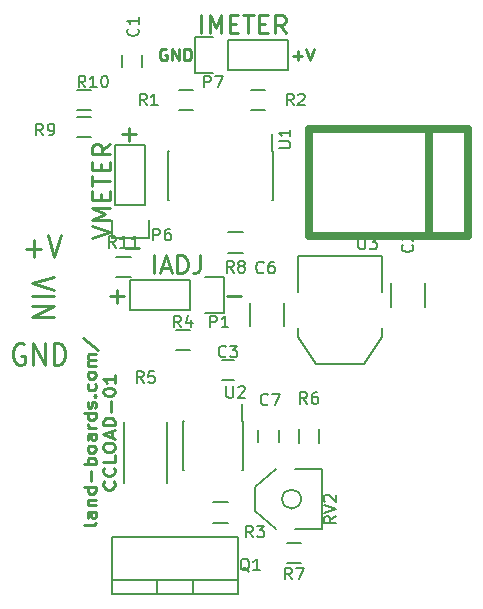
<source format=gto>
G04 #@! TF.FileFunction,Legend,Top*
%FSLAX46Y46*%
G04 Gerber Fmt 4.6, Leading zero omitted, Abs format (unit mm)*
G04 Created by KiCad (PCBNEW 4.0.1-stable) date 2/13/2016 7:13:49 PM*
%MOMM*%
G01*
G04 APERTURE LIST*
%ADD10C,0.150000*%
%ADD11C,0.250000*%
%ADD12C,0.650000*%
G04 APERTURE END LIST*
D10*
D11*
X10377381Y-43397214D02*
X10329762Y-43506072D01*
X10234524Y-43560500D01*
X9377381Y-43560500D01*
X10377381Y-42471929D02*
X9853571Y-42471929D01*
X9758333Y-42526358D01*
X9710714Y-42635215D01*
X9710714Y-42852929D01*
X9758333Y-42961786D01*
X10329762Y-42471929D02*
X10377381Y-42580786D01*
X10377381Y-42852929D01*
X10329762Y-42961786D01*
X10234524Y-43016215D01*
X10139286Y-43016215D01*
X10044048Y-42961786D01*
X9996429Y-42852929D01*
X9996429Y-42580786D01*
X9948810Y-42471929D01*
X9710714Y-41927643D02*
X10377381Y-41927643D01*
X9805952Y-41927643D02*
X9758333Y-41873215D01*
X9710714Y-41764357D01*
X9710714Y-41601072D01*
X9758333Y-41492215D01*
X9853571Y-41437786D01*
X10377381Y-41437786D01*
X10377381Y-40403643D02*
X9377381Y-40403643D01*
X10329762Y-40403643D02*
X10377381Y-40512500D01*
X10377381Y-40730214D01*
X10329762Y-40839072D01*
X10282143Y-40893500D01*
X10186905Y-40947929D01*
X9901190Y-40947929D01*
X9805952Y-40893500D01*
X9758333Y-40839072D01*
X9710714Y-40730214D01*
X9710714Y-40512500D01*
X9758333Y-40403643D01*
X9996429Y-39859357D02*
X9996429Y-38988500D01*
X10377381Y-38444214D02*
X9377381Y-38444214D01*
X9758333Y-38444214D02*
X9710714Y-38335357D01*
X9710714Y-38117643D01*
X9758333Y-38008786D01*
X9805952Y-37954357D01*
X9901190Y-37899928D01*
X10186905Y-37899928D01*
X10282143Y-37954357D01*
X10329762Y-38008786D01*
X10377381Y-38117643D01*
X10377381Y-38335357D01*
X10329762Y-38444214D01*
X10377381Y-37246785D02*
X10329762Y-37355643D01*
X10282143Y-37410071D01*
X10186905Y-37464500D01*
X9901190Y-37464500D01*
X9805952Y-37410071D01*
X9758333Y-37355643D01*
X9710714Y-37246785D01*
X9710714Y-37083500D01*
X9758333Y-36974643D01*
X9805952Y-36920214D01*
X9901190Y-36865785D01*
X10186905Y-36865785D01*
X10282143Y-36920214D01*
X10329762Y-36974643D01*
X10377381Y-37083500D01*
X10377381Y-37246785D01*
X10377381Y-35886071D02*
X9853571Y-35886071D01*
X9758333Y-35940500D01*
X9710714Y-36049357D01*
X9710714Y-36267071D01*
X9758333Y-36375928D01*
X10329762Y-35886071D02*
X10377381Y-35994928D01*
X10377381Y-36267071D01*
X10329762Y-36375928D01*
X10234524Y-36430357D01*
X10139286Y-36430357D01*
X10044048Y-36375928D01*
X9996429Y-36267071D01*
X9996429Y-35994928D01*
X9948810Y-35886071D01*
X10377381Y-35341785D02*
X9710714Y-35341785D01*
X9901190Y-35341785D02*
X9805952Y-35287357D01*
X9758333Y-35232928D01*
X9710714Y-35124071D01*
X9710714Y-35015214D01*
X10377381Y-34144357D02*
X9377381Y-34144357D01*
X10329762Y-34144357D02*
X10377381Y-34253214D01*
X10377381Y-34470928D01*
X10329762Y-34579786D01*
X10282143Y-34634214D01*
X10186905Y-34688643D01*
X9901190Y-34688643D01*
X9805952Y-34634214D01*
X9758333Y-34579786D01*
X9710714Y-34470928D01*
X9710714Y-34253214D01*
X9758333Y-34144357D01*
X10329762Y-33654500D02*
X10377381Y-33545643D01*
X10377381Y-33327928D01*
X10329762Y-33219071D01*
X10234524Y-33164643D01*
X10186905Y-33164643D01*
X10091667Y-33219071D01*
X10044048Y-33327928D01*
X10044048Y-33491214D01*
X9996429Y-33600071D01*
X9901190Y-33654500D01*
X9853571Y-33654500D01*
X9758333Y-33600071D01*
X9710714Y-33491214D01*
X9710714Y-33327928D01*
X9758333Y-33219071D01*
X10282143Y-32674785D02*
X10329762Y-32620357D01*
X10377381Y-32674785D01*
X10329762Y-32729214D01*
X10282143Y-32674785D01*
X10377381Y-32674785D01*
X10329762Y-31640642D02*
X10377381Y-31749499D01*
X10377381Y-31967213D01*
X10329762Y-32076071D01*
X10282143Y-32130499D01*
X10186905Y-32184928D01*
X9901190Y-32184928D01*
X9805952Y-32130499D01*
X9758333Y-32076071D01*
X9710714Y-31967213D01*
X9710714Y-31749499D01*
X9758333Y-31640642D01*
X10377381Y-30987499D02*
X10329762Y-31096357D01*
X10282143Y-31150785D01*
X10186905Y-31205214D01*
X9901190Y-31205214D01*
X9805952Y-31150785D01*
X9758333Y-31096357D01*
X9710714Y-30987499D01*
X9710714Y-30824214D01*
X9758333Y-30715357D01*
X9805952Y-30660928D01*
X9901190Y-30606499D01*
X10186905Y-30606499D01*
X10282143Y-30660928D01*
X10329762Y-30715357D01*
X10377381Y-30824214D01*
X10377381Y-30987499D01*
X10377381Y-30116642D02*
X9710714Y-30116642D01*
X9805952Y-30116642D02*
X9758333Y-30062214D01*
X9710714Y-29953356D01*
X9710714Y-29790071D01*
X9758333Y-29681214D01*
X9853571Y-29626785D01*
X10377381Y-29626785D01*
X9853571Y-29626785D02*
X9758333Y-29572356D01*
X9710714Y-29463499D01*
X9710714Y-29300214D01*
X9758333Y-29191356D01*
X9853571Y-29136928D01*
X10377381Y-29136928D01*
X9329762Y-27776214D02*
X10615476Y-28755928D01*
X11932143Y-39886571D02*
X11979762Y-39941000D01*
X12027381Y-40104286D01*
X12027381Y-40213143D01*
X11979762Y-40376428D01*
X11884524Y-40485286D01*
X11789286Y-40539714D01*
X11598810Y-40594143D01*
X11455952Y-40594143D01*
X11265476Y-40539714D01*
X11170238Y-40485286D01*
X11075000Y-40376428D01*
X11027381Y-40213143D01*
X11027381Y-40104286D01*
X11075000Y-39941000D01*
X11122619Y-39886571D01*
X11932143Y-38743571D02*
X11979762Y-38798000D01*
X12027381Y-38961286D01*
X12027381Y-39070143D01*
X11979762Y-39233428D01*
X11884524Y-39342286D01*
X11789286Y-39396714D01*
X11598810Y-39451143D01*
X11455952Y-39451143D01*
X11265476Y-39396714D01*
X11170238Y-39342286D01*
X11075000Y-39233428D01*
X11027381Y-39070143D01*
X11027381Y-38961286D01*
X11075000Y-38798000D01*
X11122619Y-38743571D01*
X12027381Y-37709428D02*
X12027381Y-38253714D01*
X11027381Y-38253714D01*
X11027381Y-37110714D02*
X11027381Y-36893000D01*
X11075000Y-36784142D01*
X11170238Y-36675285D01*
X11360714Y-36620857D01*
X11694048Y-36620857D01*
X11884524Y-36675285D01*
X11979762Y-36784142D01*
X12027381Y-36893000D01*
X12027381Y-37110714D01*
X11979762Y-37219571D01*
X11884524Y-37328428D01*
X11694048Y-37382857D01*
X11360714Y-37382857D01*
X11170238Y-37328428D01*
X11075000Y-37219571D01*
X11027381Y-37110714D01*
X11741667Y-36185428D02*
X11741667Y-35641142D01*
X12027381Y-36294285D02*
X11027381Y-35913285D01*
X12027381Y-35532285D01*
X12027381Y-35151285D02*
X11027381Y-35151285D01*
X11027381Y-34879142D01*
X11075000Y-34715857D01*
X11170238Y-34606999D01*
X11265476Y-34552571D01*
X11455952Y-34498142D01*
X11598810Y-34498142D01*
X11789286Y-34552571D01*
X11884524Y-34606999D01*
X11979762Y-34715857D01*
X12027381Y-34879142D01*
X12027381Y-35151285D01*
X11646429Y-34008285D02*
X11646429Y-33137428D01*
X11027381Y-32375428D02*
X11027381Y-32266571D01*
X11075000Y-32157714D01*
X11122619Y-32103285D01*
X11217857Y-32048856D01*
X11408333Y-31994428D01*
X11646429Y-31994428D01*
X11836905Y-32048856D01*
X11932143Y-32103285D01*
X11979762Y-32157714D01*
X12027381Y-32266571D01*
X12027381Y-32375428D01*
X11979762Y-32484285D01*
X11932143Y-32538714D01*
X11836905Y-32593142D01*
X11646429Y-32647571D01*
X11408333Y-32647571D01*
X11217857Y-32593142D01*
X11122619Y-32538714D01*
X11075000Y-32484285D01*
X11027381Y-32375428D01*
X12027381Y-30905857D02*
X12027381Y-31559000D01*
X12027381Y-31232428D02*
X11027381Y-31232428D01*
X11170238Y-31341285D01*
X11265476Y-31450143D01*
X11313095Y-31559000D01*
X21526572Y-24237143D02*
X22669429Y-24237143D01*
X11620572Y-24237143D02*
X12763429Y-24237143D01*
X12192000Y-24808571D02*
X12192000Y-23665714D01*
X19324286Y-1948571D02*
X19324286Y-448571D01*
X20038572Y-1948571D02*
X20038572Y-448571D01*
X20538572Y-1520000D01*
X21038572Y-448571D01*
X21038572Y-1948571D01*
X21752858Y-1162857D02*
X22252858Y-1162857D01*
X22467144Y-1948571D02*
X21752858Y-1948571D01*
X21752858Y-448571D01*
X22467144Y-448571D01*
X22895715Y-448571D02*
X23752858Y-448571D01*
X23324287Y-1948571D02*
X23324287Y-448571D01*
X24252858Y-1162857D02*
X24752858Y-1162857D01*
X24967144Y-1948571D02*
X24252858Y-1948571D01*
X24252858Y-448571D01*
X24967144Y-448571D01*
X26467144Y-1948571D02*
X25967144Y-1234286D01*
X25610001Y-1948571D02*
X25610001Y-448571D01*
X26181429Y-448571D01*
X26324287Y-520000D01*
X26395715Y-591429D01*
X26467144Y-734286D01*
X26467144Y-948571D01*
X26395715Y-1091429D01*
X26324287Y-1162857D01*
X26181429Y-1234286D01*
X25610001Y-1234286D01*
X12890572Y-20173143D02*
X14033429Y-20173143D01*
X12636572Y-10521143D02*
X13779429Y-10521143D01*
X13208000Y-11092571D02*
X13208000Y-9949714D01*
X10100571Y-19275714D02*
X11600571Y-18775714D01*
X10100571Y-18275714D01*
X11600571Y-17775714D02*
X10100571Y-17775714D01*
X11172000Y-17275714D01*
X10100571Y-16775714D01*
X11600571Y-16775714D01*
X10814857Y-16061428D02*
X10814857Y-15561428D01*
X11600571Y-15347142D02*
X11600571Y-16061428D01*
X10100571Y-16061428D01*
X10100571Y-15347142D01*
X10100571Y-14918571D02*
X10100571Y-14061428D01*
X11600571Y-14489999D02*
X10100571Y-14489999D01*
X10814857Y-13561428D02*
X10814857Y-13061428D01*
X11600571Y-12847142D02*
X11600571Y-13561428D01*
X10100571Y-13561428D01*
X10100571Y-12847142D01*
X11600571Y-11347142D02*
X10886286Y-11847142D01*
X11600571Y-12204285D02*
X10100571Y-12204285D01*
X10100571Y-11632857D01*
X10172000Y-11489999D01*
X10243429Y-11418571D01*
X10386286Y-11347142D01*
X10600571Y-11347142D01*
X10743429Y-11418571D01*
X10814857Y-11489999D01*
X10886286Y-11632857D01*
X10886286Y-12204285D01*
X15307715Y-22268571D02*
X15307715Y-20768571D01*
X15950572Y-21840000D02*
X16664858Y-21840000D01*
X15807715Y-22268571D02*
X16307715Y-20768571D01*
X16807715Y-22268571D01*
X17307715Y-22268571D02*
X17307715Y-20768571D01*
X17664858Y-20768571D01*
X17879143Y-20840000D01*
X18022001Y-20982857D01*
X18093429Y-21125714D01*
X18164858Y-21411429D01*
X18164858Y-21625714D01*
X18093429Y-21911429D01*
X18022001Y-22054286D01*
X17879143Y-22197143D01*
X17664858Y-22268571D01*
X17307715Y-22268571D01*
X19236286Y-20768571D02*
X19236286Y-21840000D01*
X19164858Y-22054286D01*
X19022001Y-22197143D01*
X18807715Y-22268571D01*
X18664858Y-22268571D01*
X27130476Y-3881429D02*
X27892381Y-3881429D01*
X27511429Y-4262381D02*
X27511429Y-3500476D01*
X28225714Y-3262381D02*
X28559047Y-4262381D01*
X28892381Y-3262381D01*
X16383096Y-3310000D02*
X16287858Y-3262381D01*
X16145001Y-3262381D01*
X16002143Y-3310000D01*
X15906905Y-3405238D01*
X15859286Y-3500476D01*
X15811667Y-3690952D01*
X15811667Y-3833810D01*
X15859286Y-4024286D01*
X15906905Y-4119524D01*
X16002143Y-4214762D01*
X16145001Y-4262381D01*
X16240239Y-4262381D01*
X16383096Y-4214762D01*
X16430715Y-4167143D01*
X16430715Y-3833810D01*
X16240239Y-3833810D01*
X16859286Y-4262381D02*
X16859286Y-3262381D01*
X17430715Y-4262381D01*
X17430715Y-3262381D01*
X17906905Y-4262381D02*
X17906905Y-3262381D01*
X18145000Y-3262381D01*
X18287858Y-3310000D01*
X18383096Y-3405238D01*
X18430715Y-3500476D01*
X18478334Y-3690952D01*
X18478334Y-3833810D01*
X18430715Y-4024286D01*
X18383096Y-4119524D01*
X18287858Y-4214762D01*
X18145000Y-4262381D01*
X17906905Y-4262381D01*
X4330096Y-28257500D02*
X4172858Y-28166786D01*
X3937001Y-28166786D01*
X3701143Y-28257500D01*
X3543905Y-28438929D01*
X3465286Y-28620357D01*
X3386667Y-28983214D01*
X3386667Y-29255357D01*
X3465286Y-29618214D01*
X3543905Y-29799643D01*
X3701143Y-29981071D01*
X3937001Y-30071786D01*
X4094239Y-30071786D01*
X4330096Y-29981071D01*
X4408715Y-29890357D01*
X4408715Y-29255357D01*
X4094239Y-29255357D01*
X5116286Y-30071786D02*
X5116286Y-28166786D01*
X6059715Y-30071786D01*
X6059715Y-28166786D01*
X6845905Y-30071786D02*
X6845905Y-28166786D01*
X7239000Y-28166786D01*
X7474858Y-28257500D01*
X7632096Y-28438929D01*
X7710715Y-28620357D01*
X7789334Y-28983214D01*
X7789334Y-29255357D01*
X7710715Y-29618214D01*
X7632096Y-29799643D01*
X7474858Y-29981071D01*
X7239000Y-30071786D01*
X6845905Y-30071786D01*
X4505476Y-20202071D02*
X5763381Y-20202071D01*
X5134429Y-20927786D02*
X5134429Y-19476357D01*
X6313714Y-19022786D02*
X6864047Y-20927786D01*
X7414381Y-19022786D01*
X6885214Y-22575762D02*
X4980214Y-23126095D01*
X6885214Y-23676429D01*
X4980214Y-24226762D02*
X6885214Y-24226762D01*
X4980214Y-25012952D02*
X6885214Y-25012952D01*
X4980214Y-25956381D01*
X6885214Y-25956381D01*
D12*
X38617000Y-10105000D02*
X38617000Y-19105000D01*
X41917000Y-19105000D02*
X41917000Y-10105000D01*
X41917000Y-19105000D02*
X28417000Y-19105000D01*
X28417000Y-19105000D02*
X28417000Y-10105000D01*
X41917000Y-10105000D02*
X28417000Y-10105000D01*
D10*
X14605000Y-16510000D02*
X14605000Y-11430000D01*
X14605000Y-11430000D02*
X12065000Y-11430000D01*
X12065000Y-11430000D02*
X12065000Y-16510000D01*
X11785000Y-19330000D02*
X11785000Y-17780000D01*
X12065000Y-16510000D02*
X14605000Y-16510000D01*
X14885000Y-17780000D02*
X14885000Y-19330000D01*
X14885000Y-19330000D02*
X11785000Y-19330000D01*
X21590000Y-5080000D02*
X26670000Y-5080000D01*
X26670000Y-5080000D02*
X26670000Y-2540000D01*
X26670000Y-2540000D02*
X21590000Y-2540000D01*
X18770000Y-2260000D02*
X20320000Y-2260000D01*
X21590000Y-2540000D02*
X21590000Y-5080000D01*
X20320000Y-5360000D02*
X18770000Y-5360000D01*
X18770000Y-5360000D02*
X18770000Y-2260000D01*
X25405000Y-11895000D02*
X25290000Y-11895000D01*
X25405000Y-16045000D02*
X25290000Y-16045000D01*
X16505000Y-16045000D02*
X16620000Y-16045000D01*
X16505000Y-11895000D02*
X16620000Y-11895000D01*
X25405000Y-11895000D02*
X25405000Y-16045000D01*
X16505000Y-11895000D02*
X16505000Y-16045000D01*
X25290000Y-11895000D02*
X25290000Y-10520000D01*
X18669000Y-49403000D02*
X18669000Y-48260000D01*
X15621000Y-49403000D02*
X15621000Y-48260000D01*
X11811000Y-48260000D02*
X11811000Y-44577000D01*
X11811000Y-44577000D02*
X22479000Y-44577000D01*
X22479000Y-44577000D02*
X22479000Y-48260000D01*
X11811000Y-49403000D02*
X11811000Y-48260000D01*
X11811000Y-48260000D02*
X22479000Y-48260000D01*
X22479000Y-48260000D02*
X22479000Y-49403000D01*
X17145000Y-49403000D02*
X22479000Y-49403000D01*
X17145000Y-49403000D02*
X11811000Y-49403000D01*
X21555000Y-43420000D02*
X20355000Y-43420000D01*
X20355000Y-41670000D02*
X21555000Y-41670000D01*
X18380000Y-28815000D02*
X17180000Y-28815000D01*
X17180000Y-27065000D02*
X18380000Y-27065000D01*
X12780000Y-40065000D02*
X12780000Y-34865000D01*
X16430000Y-34865000D02*
X16430000Y-40065000D01*
X29323000Y-35468000D02*
X29323000Y-36668000D01*
X27573000Y-36668000D02*
X27573000Y-35468000D01*
X26578000Y-45099000D02*
X27778000Y-45099000D01*
X27778000Y-46849000D02*
X26578000Y-46849000D01*
X22895000Y-34755000D02*
X22750000Y-34755000D01*
X22895000Y-38905000D02*
X22750000Y-38905000D01*
X17745000Y-38905000D02*
X17890000Y-38905000D01*
X17745000Y-34755000D02*
X17890000Y-34755000D01*
X22895000Y-34755000D02*
X22895000Y-38905000D01*
X17745000Y-34755000D02*
X17745000Y-38905000D01*
X22750000Y-34755000D02*
X22750000Y-33355000D01*
X17434000Y-6745000D02*
X18634000Y-6745000D01*
X18634000Y-8495000D02*
X17434000Y-8495000D01*
X24730000Y-8495000D02*
X23530000Y-8495000D01*
X23530000Y-6745000D02*
X24730000Y-6745000D01*
X26367000Y-26781000D02*
X26367000Y-24781000D01*
X23417000Y-24781000D02*
X23417000Y-26781000D01*
X24169000Y-35568000D02*
X24169000Y-36568000D01*
X25869000Y-36568000D02*
X25869000Y-35568000D01*
X14312000Y-4818000D02*
X14312000Y-3818000D01*
X12612000Y-3818000D02*
X12612000Y-4818000D01*
X38305000Y-25130000D02*
X38305000Y-23130000D01*
X35355000Y-23130000D02*
X35355000Y-25130000D01*
X21625000Y-18810000D02*
X22825000Y-18810000D01*
X22825000Y-20560000D02*
X21625000Y-20560000D01*
X21090000Y-31330000D02*
X22090000Y-31330000D01*
X22090000Y-29630000D02*
X21090000Y-29630000D01*
X34671000Y-23876000D02*
X34671000Y-20828000D01*
X34671000Y-20828000D02*
X27559000Y-20828000D01*
X27559000Y-20828000D02*
X27559000Y-23876000D01*
X34671000Y-26924000D02*
X34671000Y-27686000D01*
X34671000Y-27686000D02*
X33147000Y-29972000D01*
X33147000Y-29972000D02*
X29083000Y-29972000D01*
X29083000Y-29972000D02*
X27559000Y-27686000D01*
X27559000Y-27686000D02*
X27559000Y-26924000D01*
X18415000Y-22860000D02*
X13335000Y-22860000D01*
X13335000Y-22860000D02*
X13335000Y-25400000D01*
X13335000Y-25400000D02*
X18415000Y-25400000D01*
X21235000Y-25680000D02*
X19685000Y-25680000D01*
X18415000Y-25400000D02*
X18415000Y-22860000D01*
X19685000Y-22580000D02*
X21235000Y-22580000D01*
X21235000Y-22580000D02*
X21235000Y-25680000D01*
X27240000Y-43942000D02*
X29526000Y-43942000D01*
X29526000Y-43942000D02*
X29526000Y-38862000D01*
X29526000Y-38862000D02*
X27240000Y-38862000D01*
X25692000Y-43942000D02*
X23914000Y-42418000D01*
X23914000Y-42418000D02*
X23914000Y-40386000D01*
X23914000Y-40386000D02*
X25692000Y-38862000D01*
X27773219Y-41402000D02*
G75*
G03X27773219Y-41402000I-803219J0D01*
G01*
X8798000Y-9031000D02*
X9998000Y-9031000D01*
X9998000Y-10781000D02*
X8798000Y-10781000D01*
X9998000Y-8495000D02*
X8798000Y-8495000D01*
X8798000Y-6745000D02*
X9998000Y-6745000D01*
X13350000Y-22625000D02*
X12150000Y-22625000D01*
X12150000Y-20875000D02*
X13350000Y-20875000D01*
X15263905Y-19502381D02*
X15263905Y-18502381D01*
X15644858Y-18502381D01*
X15740096Y-18550000D01*
X15787715Y-18597619D01*
X15835334Y-18692857D01*
X15835334Y-18835714D01*
X15787715Y-18930952D01*
X15740096Y-18978571D01*
X15644858Y-19026190D01*
X15263905Y-19026190D01*
X16692477Y-18502381D02*
X16502000Y-18502381D01*
X16406762Y-18550000D01*
X16359143Y-18597619D01*
X16263905Y-18740476D01*
X16216286Y-18930952D01*
X16216286Y-19311905D01*
X16263905Y-19407143D01*
X16311524Y-19454762D01*
X16406762Y-19502381D01*
X16597239Y-19502381D01*
X16692477Y-19454762D01*
X16740096Y-19407143D01*
X16787715Y-19311905D01*
X16787715Y-19073810D01*
X16740096Y-18978571D01*
X16692477Y-18930952D01*
X16597239Y-18883333D01*
X16406762Y-18883333D01*
X16311524Y-18930952D01*
X16263905Y-18978571D01*
X16216286Y-19073810D01*
X19581905Y-6548381D02*
X19581905Y-5548381D01*
X19962858Y-5548381D01*
X20058096Y-5596000D01*
X20105715Y-5643619D01*
X20153334Y-5738857D01*
X20153334Y-5881714D01*
X20105715Y-5976952D01*
X20058096Y-6024571D01*
X19962858Y-6072190D01*
X19581905Y-6072190D01*
X20486667Y-5548381D02*
X21153334Y-5548381D01*
X20724762Y-6548381D01*
X25868381Y-11683905D02*
X26677905Y-11683905D01*
X26773143Y-11636286D01*
X26820762Y-11588667D01*
X26868381Y-11493429D01*
X26868381Y-11302952D01*
X26820762Y-11207714D01*
X26773143Y-11160095D01*
X26677905Y-11112476D01*
X25868381Y-11112476D01*
X26868381Y-10112476D02*
X26868381Y-10683905D01*
X26868381Y-10398191D02*
X25868381Y-10398191D01*
X26011238Y-10493429D01*
X26106476Y-10588667D01*
X26154095Y-10683905D01*
X23399762Y-47537619D02*
X23304524Y-47490000D01*
X23209286Y-47394762D01*
X23066429Y-47251905D01*
X22971190Y-47204286D01*
X22875952Y-47204286D01*
X22923571Y-47442381D02*
X22828333Y-47394762D01*
X22733095Y-47299524D01*
X22685476Y-47109048D01*
X22685476Y-46775714D01*
X22733095Y-46585238D01*
X22828333Y-46490000D01*
X22923571Y-46442381D01*
X23114048Y-46442381D01*
X23209286Y-46490000D01*
X23304524Y-46585238D01*
X23352143Y-46775714D01*
X23352143Y-47109048D01*
X23304524Y-47299524D01*
X23209286Y-47394762D01*
X23114048Y-47442381D01*
X22923571Y-47442381D01*
X24304524Y-47442381D02*
X23733095Y-47442381D01*
X24018809Y-47442381D02*
X24018809Y-46442381D01*
X23923571Y-46585238D01*
X23828333Y-46680476D01*
X23733095Y-46728095D01*
X23709334Y-44648381D02*
X23376000Y-44172190D01*
X23137905Y-44648381D02*
X23137905Y-43648381D01*
X23518858Y-43648381D01*
X23614096Y-43696000D01*
X23661715Y-43743619D01*
X23709334Y-43838857D01*
X23709334Y-43981714D01*
X23661715Y-44076952D01*
X23614096Y-44124571D01*
X23518858Y-44172190D01*
X23137905Y-44172190D01*
X24042667Y-43648381D02*
X24661715Y-43648381D01*
X24328381Y-44029333D01*
X24471239Y-44029333D01*
X24566477Y-44076952D01*
X24614096Y-44124571D01*
X24661715Y-44219810D01*
X24661715Y-44457905D01*
X24614096Y-44553143D01*
X24566477Y-44600762D01*
X24471239Y-44648381D01*
X24185524Y-44648381D01*
X24090286Y-44600762D01*
X24042667Y-44553143D01*
X17613334Y-26868381D02*
X17280000Y-26392190D01*
X17041905Y-26868381D02*
X17041905Y-25868381D01*
X17422858Y-25868381D01*
X17518096Y-25916000D01*
X17565715Y-25963619D01*
X17613334Y-26058857D01*
X17613334Y-26201714D01*
X17565715Y-26296952D01*
X17518096Y-26344571D01*
X17422858Y-26392190D01*
X17041905Y-26392190D01*
X18470477Y-26201714D02*
X18470477Y-26868381D01*
X18232381Y-25820762D02*
X17994286Y-26535048D01*
X18613334Y-26535048D01*
X14438334Y-31567381D02*
X14105000Y-31091190D01*
X13866905Y-31567381D02*
X13866905Y-30567381D01*
X14247858Y-30567381D01*
X14343096Y-30615000D01*
X14390715Y-30662619D01*
X14438334Y-30757857D01*
X14438334Y-30900714D01*
X14390715Y-30995952D01*
X14343096Y-31043571D01*
X14247858Y-31091190D01*
X13866905Y-31091190D01*
X15343096Y-30567381D02*
X14866905Y-30567381D01*
X14819286Y-31043571D01*
X14866905Y-30995952D01*
X14962143Y-30948333D01*
X15200239Y-30948333D01*
X15295477Y-30995952D01*
X15343096Y-31043571D01*
X15390715Y-31138810D01*
X15390715Y-31376905D01*
X15343096Y-31472143D01*
X15295477Y-31519762D01*
X15200239Y-31567381D01*
X14962143Y-31567381D01*
X14866905Y-31519762D01*
X14819286Y-31472143D01*
X28281334Y-33345381D02*
X27948000Y-32869190D01*
X27709905Y-33345381D02*
X27709905Y-32345381D01*
X28090858Y-32345381D01*
X28186096Y-32393000D01*
X28233715Y-32440619D01*
X28281334Y-32535857D01*
X28281334Y-32678714D01*
X28233715Y-32773952D01*
X28186096Y-32821571D01*
X28090858Y-32869190D01*
X27709905Y-32869190D01*
X29138477Y-32345381D02*
X28948000Y-32345381D01*
X28852762Y-32393000D01*
X28805143Y-32440619D01*
X28709905Y-32583476D01*
X28662286Y-32773952D01*
X28662286Y-33154905D01*
X28709905Y-33250143D01*
X28757524Y-33297762D01*
X28852762Y-33345381D01*
X29043239Y-33345381D01*
X29138477Y-33297762D01*
X29186096Y-33250143D01*
X29233715Y-33154905D01*
X29233715Y-32916810D01*
X29186096Y-32821571D01*
X29138477Y-32773952D01*
X29043239Y-32726333D01*
X28852762Y-32726333D01*
X28757524Y-32773952D01*
X28709905Y-32821571D01*
X28662286Y-32916810D01*
X27011334Y-48204381D02*
X26678000Y-47728190D01*
X26439905Y-48204381D02*
X26439905Y-47204381D01*
X26820858Y-47204381D01*
X26916096Y-47252000D01*
X26963715Y-47299619D01*
X27011334Y-47394857D01*
X27011334Y-47537714D01*
X26963715Y-47632952D01*
X26916096Y-47680571D01*
X26820858Y-47728190D01*
X26439905Y-47728190D01*
X27344667Y-47204381D02*
X28011334Y-47204381D01*
X27582762Y-48204381D01*
X21463095Y-31837381D02*
X21463095Y-32646905D01*
X21510714Y-32742143D01*
X21558333Y-32789762D01*
X21653571Y-32837381D01*
X21844048Y-32837381D01*
X21939286Y-32789762D01*
X21986905Y-32742143D01*
X22034524Y-32646905D01*
X22034524Y-31837381D01*
X22463095Y-31932619D02*
X22510714Y-31885000D01*
X22605952Y-31837381D01*
X22844048Y-31837381D01*
X22939286Y-31885000D01*
X22986905Y-31932619D01*
X23034524Y-32027857D01*
X23034524Y-32123095D01*
X22986905Y-32265952D01*
X22415476Y-32837381D01*
X23034524Y-32837381D01*
X14692334Y-8072381D02*
X14359000Y-7596190D01*
X14120905Y-8072381D02*
X14120905Y-7072381D01*
X14501858Y-7072381D01*
X14597096Y-7120000D01*
X14644715Y-7167619D01*
X14692334Y-7262857D01*
X14692334Y-7405714D01*
X14644715Y-7500952D01*
X14597096Y-7548571D01*
X14501858Y-7596190D01*
X14120905Y-7596190D01*
X15644715Y-8072381D02*
X15073286Y-8072381D01*
X15359000Y-8072381D02*
X15359000Y-7072381D01*
X15263762Y-7215238D01*
X15168524Y-7310476D01*
X15073286Y-7358095D01*
X27138334Y-8072381D02*
X26805000Y-7596190D01*
X26566905Y-8072381D02*
X26566905Y-7072381D01*
X26947858Y-7072381D01*
X27043096Y-7120000D01*
X27090715Y-7167619D01*
X27138334Y-7262857D01*
X27138334Y-7405714D01*
X27090715Y-7500952D01*
X27043096Y-7548571D01*
X26947858Y-7596190D01*
X26566905Y-7596190D01*
X27519286Y-7167619D02*
X27566905Y-7120000D01*
X27662143Y-7072381D01*
X27900239Y-7072381D01*
X27995477Y-7120000D01*
X28043096Y-7167619D01*
X28090715Y-7262857D01*
X28090715Y-7358095D01*
X28043096Y-7500952D01*
X27471667Y-8072381D01*
X28090715Y-8072381D01*
X24598334Y-22201143D02*
X24550715Y-22248762D01*
X24407858Y-22296381D01*
X24312620Y-22296381D01*
X24169762Y-22248762D01*
X24074524Y-22153524D01*
X24026905Y-22058286D01*
X23979286Y-21867810D01*
X23979286Y-21724952D01*
X24026905Y-21534476D01*
X24074524Y-21439238D01*
X24169762Y-21344000D01*
X24312620Y-21296381D01*
X24407858Y-21296381D01*
X24550715Y-21344000D01*
X24598334Y-21391619D01*
X25455477Y-21296381D02*
X25265000Y-21296381D01*
X25169762Y-21344000D01*
X25122143Y-21391619D01*
X25026905Y-21534476D01*
X24979286Y-21724952D01*
X24979286Y-22105905D01*
X25026905Y-22201143D01*
X25074524Y-22248762D01*
X25169762Y-22296381D01*
X25360239Y-22296381D01*
X25455477Y-22248762D01*
X25503096Y-22201143D01*
X25550715Y-22105905D01*
X25550715Y-21867810D01*
X25503096Y-21772571D01*
X25455477Y-21724952D01*
X25360239Y-21677333D01*
X25169762Y-21677333D01*
X25074524Y-21724952D01*
X25026905Y-21772571D01*
X24979286Y-21867810D01*
X24979334Y-33377143D02*
X24931715Y-33424762D01*
X24788858Y-33472381D01*
X24693620Y-33472381D01*
X24550762Y-33424762D01*
X24455524Y-33329524D01*
X24407905Y-33234286D01*
X24360286Y-33043810D01*
X24360286Y-32900952D01*
X24407905Y-32710476D01*
X24455524Y-32615238D01*
X24550762Y-32520000D01*
X24693620Y-32472381D01*
X24788858Y-32472381D01*
X24931715Y-32520000D01*
X24979334Y-32567619D01*
X25312667Y-32472381D02*
X25979334Y-32472381D01*
X25550762Y-33472381D01*
X13946143Y-1563666D02*
X13993762Y-1611285D01*
X14041381Y-1754142D01*
X14041381Y-1849380D01*
X13993762Y-1992238D01*
X13898524Y-2087476D01*
X13803286Y-2135095D01*
X13612810Y-2182714D01*
X13469952Y-2182714D01*
X13279476Y-2135095D01*
X13184238Y-2087476D01*
X13089000Y-1992238D01*
X13041381Y-1849380D01*
X13041381Y-1754142D01*
X13089000Y-1611285D01*
X13136619Y-1563666D01*
X14041381Y-611285D02*
X14041381Y-1182714D01*
X14041381Y-897000D02*
X13041381Y-897000D01*
X13184238Y-992238D01*
X13279476Y-1087476D01*
X13327095Y-1182714D01*
X37187143Y-19851666D02*
X37234762Y-19899285D01*
X37282381Y-20042142D01*
X37282381Y-20137380D01*
X37234762Y-20280238D01*
X37139524Y-20375476D01*
X37044286Y-20423095D01*
X36853810Y-20470714D01*
X36710952Y-20470714D01*
X36520476Y-20423095D01*
X36425238Y-20375476D01*
X36330000Y-20280238D01*
X36282381Y-20137380D01*
X36282381Y-20042142D01*
X36330000Y-19899285D01*
X36377619Y-19851666D01*
X36377619Y-19470714D02*
X36330000Y-19423095D01*
X36282381Y-19327857D01*
X36282381Y-19089761D01*
X36330000Y-18994523D01*
X36377619Y-18946904D01*
X36472857Y-18899285D01*
X36568095Y-18899285D01*
X36710952Y-18946904D01*
X37282381Y-19518333D01*
X37282381Y-18899285D01*
X22058334Y-22237381D02*
X21725000Y-21761190D01*
X21486905Y-22237381D02*
X21486905Y-21237381D01*
X21867858Y-21237381D01*
X21963096Y-21285000D01*
X22010715Y-21332619D01*
X22058334Y-21427857D01*
X22058334Y-21570714D01*
X22010715Y-21665952D01*
X21963096Y-21713571D01*
X21867858Y-21761190D01*
X21486905Y-21761190D01*
X22629762Y-21665952D02*
X22534524Y-21618333D01*
X22486905Y-21570714D01*
X22439286Y-21475476D01*
X22439286Y-21427857D01*
X22486905Y-21332619D01*
X22534524Y-21285000D01*
X22629762Y-21237381D01*
X22820239Y-21237381D01*
X22915477Y-21285000D01*
X22963096Y-21332619D01*
X23010715Y-21427857D01*
X23010715Y-21475476D01*
X22963096Y-21570714D01*
X22915477Y-21618333D01*
X22820239Y-21665952D01*
X22629762Y-21665952D01*
X22534524Y-21713571D01*
X22486905Y-21761190D01*
X22439286Y-21856429D01*
X22439286Y-22046905D01*
X22486905Y-22142143D01*
X22534524Y-22189762D01*
X22629762Y-22237381D01*
X22820239Y-22237381D01*
X22915477Y-22189762D01*
X22963096Y-22142143D01*
X23010715Y-22046905D01*
X23010715Y-21856429D01*
X22963096Y-21761190D01*
X22915477Y-21713571D01*
X22820239Y-21665952D01*
X21423334Y-29313143D02*
X21375715Y-29360762D01*
X21232858Y-29408381D01*
X21137620Y-29408381D01*
X20994762Y-29360762D01*
X20899524Y-29265524D01*
X20851905Y-29170286D01*
X20804286Y-28979810D01*
X20804286Y-28836952D01*
X20851905Y-28646476D01*
X20899524Y-28551238D01*
X20994762Y-28456000D01*
X21137620Y-28408381D01*
X21232858Y-28408381D01*
X21375715Y-28456000D01*
X21423334Y-28503619D01*
X21756667Y-28408381D02*
X22375715Y-28408381D01*
X22042381Y-28789333D01*
X22185239Y-28789333D01*
X22280477Y-28836952D01*
X22328096Y-28884571D01*
X22375715Y-28979810D01*
X22375715Y-29217905D01*
X22328096Y-29313143D01*
X22280477Y-29360762D01*
X22185239Y-29408381D01*
X21899524Y-29408381D01*
X21804286Y-29360762D01*
X21756667Y-29313143D01*
X32639095Y-19264381D02*
X32639095Y-20073905D01*
X32686714Y-20169143D01*
X32734333Y-20216762D01*
X32829571Y-20264381D01*
X33020048Y-20264381D01*
X33115286Y-20216762D01*
X33162905Y-20169143D01*
X33210524Y-20073905D01*
X33210524Y-19264381D01*
X33591476Y-19264381D02*
X34210524Y-19264381D01*
X33877190Y-19645333D01*
X34020048Y-19645333D01*
X34115286Y-19692952D01*
X34162905Y-19740571D01*
X34210524Y-19835810D01*
X34210524Y-20073905D01*
X34162905Y-20169143D01*
X34115286Y-20216762D01*
X34020048Y-20264381D01*
X33734333Y-20264381D01*
X33639095Y-20216762D01*
X33591476Y-20169143D01*
X20089905Y-26868381D02*
X20089905Y-25868381D01*
X20470858Y-25868381D01*
X20566096Y-25916000D01*
X20613715Y-25963619D01*
X20661334Y-26058857D01*
X20661334Y-26201714D01*
X20613715Y-26296952D01*
X20566096Y-26344571D01*
X20470858Y-26392190D01*
X20089905Y-26392190D01*
X21613715Y-26868381D02*
X21042286Y-26868381D01*
X21328000Y-26868381D02*
X21328000Y-25868381D01*
X21232762Y-26011238D01*
X21137524Y-26106476D01*
X21042286Y-26154095D01*
X30702381Y-42845238D02*
X30226190Y-43178572D01*
X30702381Y-43416667D02*
X29702381Y-43416667D01*
X29702381Y-43035714D01*
X29750000Y-42940476D01*
X29797619Y-42892857D01*
X29892857Y-42845238D01*
X30035714Y-42845238D01*
X30130952Y-42892857D01*
X30178571Y-42940476D01*
X30226190Y-43035714D01*
X30226190Y-43416667D01*
X29702381Y-42559524D02*
X30702381Y-42226191D01*
X29702381Y-41892857D01*
X29797619Y-41607143D02*
X29750000Y-41559524D01*
X29702381Y-41464286D01*
X29702381Y-41226190D01*
X29750000Y-41130952D01*
X29797619Y-41083333D01*
X29892857Y-41035714D01*
X29988095Y-41035714D01*
X30130952Y-41083333D01*
X30702381Y-41654762D01*
X30702381Y-41035714D01*
X5929334Y-10612381D02*
X5596000Y-10136190D01*
X5357905Y-10612381D02*
X5357905Y-9612381D01*
X5738858Y-9612381D01*
X5834096Y-9660000D01*
X5881715Y-9707619D01*
X5929334Y-9802857D01*
X5929334Y-9945714D01*
X5881715Y-10040952D01*
X5834096Y-10088571D01*
X5738858Y-10136190D01*
X5357905Y-10136190D01*
X6405524Y-10612381D02*
X6596000Y-10612381D01*
X6691239Y-10564762D01*
X6738858Y-10517143D01*
X6834096Y-10374286D01*
X6881715Y-10183810D01*
X6881715Y-9802857D01*
X6834096Y-9707619D01*
X6786477Y-9660000D01*
X6691239Y-9612381D01*
X6500762Y-9612381D01*
X6405524Y-9660000D01*
X6357905Y-9707619D01*
X6310286Y-9802857D01*
X6310286Y-10040952D01*
X6357905Y-10136190D01*
X6405524Y-10183810D01*
X6500762Y-10231429D01*
X6691239Y-10231429D01*
X6786477Y-10183810D01*
X6834096Y-10136190D01*
X6881715Y-10040952D01*
X9517143Y-6548381D02*
X9183809Y-6072190D01*
X8945714Y-6548381D02*
X8945714Y-5548381D01*
X9326667Y-5548381D01*
X9421905Y-5596000D01*
X9469524Y-5643619D01*
X9517143Y-5738857D01*
X9517143Y-5881714D01*
X9469524Y-5976952D01*
X9421905Y-6024571D01*
X9326667Y-6072190D01*
X8945714Y-6072190D01*
X10469524Y-6548381D02*
X9898095Y-6548381D01*
X10183809Y-6548381D02*
X10183809Y-5548381D01*
X10088571Y-5691238D01*
X9993333Y-5786476D01*
X9898095Y-5834095D01*
X11088571Y-5548381D02*
X11183810Y-5548381D01*
X11279048Y-5596000D01*
X11326667Y-5643619D01*
X11374286Y-5738857D01*
X11421905Y-5929333D01*
X11421905Y-6167429D01*
X11374286Y-6357905D01*
X11326667Y-6453143D01*
X11279048Y-6500762D01*
X11183810Y-6548381D01*
X11088571Y-6548381D01*
X10993333Y-6500762D01*
X10945714Y-6453143D01*
X10898095Y-6357905D01*
X10850476Y-6167429D01*
X10850476Y-5929333D01*
X10898095Y-5738857D01*
X10945714Y-5643619D01*
X10993333Y-5596000D01*
X11088571Y-5548381D01*
X12107143Y-20102381D02*
X11773809Y-19626190D01*
X11535714Y-20102381D02*
X11535714Y-19102381D01*
X11916667Y-19102381D01*
X12011905Y-19150000D01*
X12059524Y-19197619D01*
X12107143Y-19292857D01*
X12107143Y-19435714D01*
X12059524Y-19530952D01*
X12011905Y-19578571D01*
X11916667Y-19626190D01*
X11535714Y-19626190D01*
X13059524Y-20102381D02*
X12488095Y-20102381D01*
X12773809Y-20102381D02*
X12773809Y-19102381D01*
X12678571Y-19245238D01*
X12583333Y-19340476D01*
X12488095Y-19388095D01*
X14011905Y-20102381D02*
X13440476Y-20102381D01*
X13726190Y-20102381D02*
X13726190Y-19102381D01*
X13630952Y-19245238D01*
X13535714Y-19340476D01*
X13440476Y-19388095D01*
M02*

</source>
